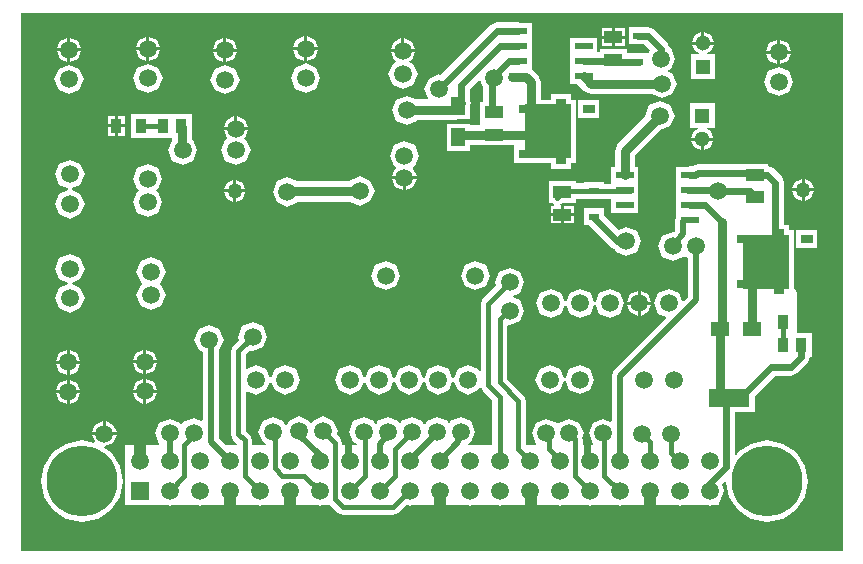
<source format=gtl>
G04*
G04 #@! TF.GenerationSoftware,Altium Limited,Altium Designer,20.0.11 (256)*
G04*
G04 Layer_Physical_Order=1*
G04 Layer_Color=255*
%FSLAX44Y44*%
%MOMM*%
G71*
G01*
G75*
%ADD10R,1.5000X1.0000*%
%ADD11R,3.5000X1.6000*%
%ADD12R,1.0000X0.7500*%
%ADD13R,3.9550X4.5600*%
%ADD14R,0.5750X0.7500*%
%ADD15R,0.5750X0.7700*%
%ADD16R,0.9050X0.4950*%
%ADD17R,0.9500X1.2500*%
%ADD18R,0.9500X1.2500*%
%ADD19R,1.2000X1.5000*%
%ADD20R,1.5000X1.2000*%
%ADD21R,0.8300X0.6300*%
%ADD22R,1.5200X0.6000*%
%ADD23R,2.0300X2.7200*%
%ADD24C,0.8000*%
%ADD25C,0.6000*%
%ADD26C,0.4000*%
%ADD27C,0.5000*%
%ADD28C,1.0000*%
%ADD29C,1.3000*%
%ADD30R,1.3000X1.3000*%
%ADD31C,1.5000*%
%ADD32R,1.5000X1.5000*%
%ADD33C,1.2700*%
%ADD34C,6.0000*%
G36*
X861250Y-110500D02*
X165000D01*
X165000Y344385D01*
X861250Y344385D01*
X861250Y-110500D01*
D02*
G37*
%LPC*%
G36*
X677040Y331540D02*
X668270D01*
Y325270D01*
X677040D01*
Y331540D01*
D02*
G37*
G36*
X665730D02*
X656960D01*
Y325270D01*
X665730D01*
Y331540D01*
D02*
G37*
G36*
X744020Y328259D02*
Y320270D01*
X752009D01*
X749669Y325919D01*
X744020Y328259D01*
D02*
G37*
G36*
X741480Y328259D02*
X735831Y325919D01*
X733491Y320270D01*
X741480D01*
Y328259D01*
D02*
G37*
G36*
X677040Y322730D02*
X668270D01*
Y316460D01*
X677040D01*
Y322730D01*
D02*
G37*
G36*
X665730D02*
X656960D01*
Y316460D01*
X665730D01*
Y322730D01*
D02*
G37*
G36*
X407520Y324841D02*
Y315770D01*
X416591D01*
X413934Y322184D01*
X407520Y324841D01*
D02*
G37*
G36*
X404980Y324841D02*
X398566Y322184D01*
X395909Y315770D01*
X404980D01*
Y324841D01*
D02*
G37*
G36*
X274020Y324591D02*
Y315520D01*
X283091D01*
X280434Y321934D01*
X274020Y324591D01*
D02*
G37*
G36*
X271480Y324591D02*
X265066Y321934D01*
X262409Y315520D01*
X271480D01*
Y324591D01*
D02*
G37*
G36*
X207270Y323841D02*
Y314770D01*
X216341D01*
X213684Y321184D01*
X207270Y323841D01*
D02*
G37*
G36*
X204730Y323841D02*
X198316Y321184D01*
X195659Y314770D01*
X204730D01*
Y323841D01*
D02*
G37*
G36*
X339270Y323591D02*
Y314520D01*
X348341D01*
X345684Y320934D01*
X339270Y323591D01*
D02*
G37*
G36*
X336730Y323591D02*
X330316Y320934D01*
X327659Y314520D01*
X336730D01*
Y323591D01*
D02*
G37*
G36*
X490020Y323091D02*
Y314020D01*
X499091D01*
X496434Y320434D01*
X490020Y323091D01*
D02*
G37*
G36*
X487480Y323091D02*
X481066Y320434D01*
X478409Y314020D01*
X487480D01*
Y323091D01*
D02*
G37*
G36*
X808020Y321841D02*
Y312770D01*
X817091D01*
X814434Y319184D01*
X808020Y321841D01*
D02*
G37*
G36*
X805480Y321841D02*
X799066Y319184D01*
X796409Y312770D01*
X805480D01*
Y321841D01*
D02*
G37*
G36*
X695950Y333127D02*
X688000D01*
X686970Y332700D01*
X679850D01*
Y318400D01*
X686970D01*
X688000Y317973D01*
X692812D01*
X697550Y313235D01*
X696819Y311472D01*
X696150Y310400D01*
Y310400D01*
X696150Y310400D01*
X689530D01*
X688500Y310827D01*
X678500D01*
Y314000D01*
X655500D01*
Y311577D01*
X653350D01*
Y323700D01*
X630150D01*
Y309700D01*
Y297000D01*
Y284300D01*
X636504D01*
X642177Y278627D01*
X648300Y276091D01*
X699139D01*
X699198Y275948D01*
X708000Y272302D01*
X716802Y275948D01*
X720447Y284750D01*
X716802Y293552D01*
X713433Y294947D01*
Y296217D01*
X715802Y297198D01*
X719447Y306000D01*
X715802Y314802D01*
X714172Y315477D01*
X712358Y319858D01*
X701308Y330908D01*
X695950Y333127D01*
D02*
G37*
G36*
X404980Y313230D02*
X395909D01*
X398566Y306816D01*
X404980Y304159D01*
Y313230D01*
D02*
G37*
G36*
X416591D02*
X407520D01*
Y304159D01*
X413934Y306816D01*
X416591Y313230D01*
D02*
G37*
G36*
X271480Y312980D02*
X262409D01*
X265066Y306566D01*
X271480Y303909D01*
Y312980D01*
D02*
G37*
G36*
X283091D02*
X274020D01*
Y303909D01*
X280434Y306566D01*
X283091Y312980D01*
D02*
G37*
G36*
X216341Y312230D02*
X207270D01*
Y303159D01*
X213684Y305816D01*
X216341Y312230D01*
D02*
G37*
G36*
X204730D02*
X195659D01*
X198316Y305816D01*
X204730Y303159D01*
Y312230D01*
D02*
G37*
G36*
X336730Y311980D02*
X327659D01*
X330316Y305566D01*
X336730Y302909D01*
Y311980D01*
D02*
G37*
G36*
X348341D02*
X339270D01*
Y302909D01*
X345684Y305566D01*
X348341Y311980D01*
D02*
G37*
G36*
X817091Y310230D02*
X808020D01*
Y301159D01*
X814434Y303816D01*
X817091Y310230D01*
D02*
G37*
G36*
X805480D02*
X796409D01*
X799066Y303816D01*
X805480Y301159D01*
Y310230D01*
D02*
G37*
G36*
X580093Y337077D02*
X568500D01*
X563142Y334857D01*
X520475Y292190D01*
X519250Y292698D01*
X510448Y289052D01*
X506802Y280250D01*
X509939Y272679D01*
X509090Y271409D01*
X499939D01*
X492000Y274697D01*
X483198Y271052D01*
X479552Y262250D01*
X483198Y253448D01*
X492000Y249802D01*
X500802Y253448D01*
X501068Y254091D01*
X533750D01*
X535341Y254750D01*
X545750D01*
Y266659D01*
X546409Y268250D01*
X545750Y269841D01*
Y277750D01*
X545327D01*
Y280217D01*
X552398Y287288D01*
X552398Y287288D01*
X553129Y288019D01*
X554374Y287771D01*
X556923Y281617D01*
Y269500D01*
X554250D01*
Y251500D01*
X554250D01*
Y251054D01*
X553276Y249784D01*
X545750D01*
Y250750D01*
X525750D01*
Y227750D01*
X545750D01*
Y232466D01*
X563875D01*
X563957Y232500D01*
X577250D01*
Y232591D01*
X582625D01*
Y217600D01*
X613975D01*
Y212875D01*
X631025D01*
Y217600D01*
X635350D01*
Y271200D01*
X631025D01*
Y275825D01*
X613975D01*
Y271200D01*
X605659D01*
Y286250D01*
X603123Y292373D01*
X603123Y292373D01*
X598873Y296623D01*
X598150Y296922D01*
Y309700D01*
Y322400D01*
Y336400D01*
X587942D01*
X586550Y336977D01*
X580334D01*
X580093Y337077D01*
D02*
G37*
G36*
X752009Y317730D02*
X742750D01*
X733491D01*
X735831Y312081D01*
X739055Y310746D01*
X738808Y309500D01*
X732250D01*
Y288500D01*
X753250D01*
Y309500D01*
X746693D01*
X746445Y310746D01*
X749669Y312081D01*
X752009Y317730D01*
D02*
G37*
G36*
X499091Y311480D02*
X488750D01*
X478409D01*
X481066Y305066D01*
X483216Y304175D01*
Y302905D01*
X479948Y301552D01*
X476302Y292750D01*
X479948Y283948D01*
X488750Y280303D01*
X497552Y283948D01*
X501198Y292750D01*
X497552Y301552D01*
X494284Y302905D01*
Y304175D01*
X496434Y305066D01*
X499091Y311480D01*
D02*
G37*
G36*
X406250Y301947D02*
X397448Y298302D01*
X393802Y289500D01*
X397448Y280698D01*
X406250Y277052D01*
X415052Y280698D01*
X418698Y289500D01*
X415052Y298302D01*
X406250Y301947D01*
D02*
G37*
G36*
X272750Y301698D02*
X263948Y298052D01*
X260303Y289250D01*
X263948Y280448D01*
X272750Y276803D01*
X281552Y280448D01*
X285197Y289250D01*
X281552Y298052D01*
X272750Y301698D01*
D02*
G37*
G36*
X206000Y300947D02*
X197198Y297302D01*
X193552Y288500D01*
X197198Y279698D01*
X206000Y276052D01*
X214802Y279698D01*
X218447Y288500D01*
X214802Y297302D01*
X206000Y300947D01*
D02*
G37*
G36*
X338000Y300697D02*
X329198Y297052D01*
X325552Y288250D01*
X329198Y279448D01*
X338000Y275802D01*
X346802Y279448D01*
X350448Y288250D01*
X346802Y297052D01*
X338000Y300697D01*
D02*
G37*
G36*
X806750Y298948D02*
X797948Y295302D01*
X794303Y286500D01*
X797948Y277698D01*
X806750Y274053D01*
X815552Y277698D01*
X819197Y286500D01*
X815552Y295302D01*
X806750Y298948D01*
D02*
G37*
G36*
X655000Y271200D02*
X637000D01*
Y255700D01*
X655000D01*
Y271200D01*
D02*
G37*
G36*
X253290Y257790D02*
X247270D01*
Y250270D01*
X253290D01*
Y257790D01*
D02*
G37*
G36*
X244730D02*
X238710D01*
Y250270D01*
X244730D01*
Y257790D01*
D02*
G37*
G36*
X348520Y257091D02*
Y248020D01*
X357591D01*
X354934Y254434D01*
X348520Y257091D01*
D02*
G37*
G36*
X345980D02*
X339566Y254434D01*
X336909Y248020D01*
X345980D01*
Y257091D01*
D02*
G37*
G36*
X706250Y270198D02*
X697448Y266552D01*
X693802Y257750D01*
X693862Y257607D01*
X670423Y234169D01*
X667887Y228046D01*
Y214296D01*
X664800D01*
Y200244D01*
X658650D01*
Y201450D01*
X642350D01*
Y200494D01*
X635250D01*
Y202000D01*
X612250D01*
Y184000D01*
X614766D01*
X614908Y183658D01*
X616955Y182810D01*
X616702Y181540D01*
X613710D01*
Y175270D01*
X622480D01*
Y181540D01*
X622298D01*
X622045Y182810D01*
X624092Y183658D01*
X624434Y184000D01*
X635250D01*
Y187506D01*
X642350D01*
Y187150D01*
X658650D01*
Y187256D01*
X664800D01*
Y174896D01*
X688000D01*
Y187596D01*
Y200296D01*
Y214296D01*
X685205D01*
Y224459D01*
X706107Y245362D01*
X706250Y245303D01*
X715052Y248948D01*
X718698Y257750D01*
X715052Y266552D01*
X706250Y270198D01*
D02*
G37*
G36*
X253290Y247730D02*
X247270D01*
Y240210D01*
X253290D01*
Y247730D01*
D02*
G37*
G36*
X244730D02*
X238710D01*
Y240210D01*
X244730D01*
Y247730D01*
D02*
G37*
G36*
X752750Y268250D02*
X731750D01*
Y247250D01*
X738307D01*
X738555Y246004D01*
X735331Y244669D01*
X732991Y239020D01*
X742250D01*
X751509D01*
X749169Y244669D01*
X745945Y246004D01*
X746192Y247250D01*
X752750D01*
Y268250D01*
D02*
G37*
G36*
X751509Y236480D02*
X743520D01*
Y228491D01*
X749169Y230831D01*
X751509Y236480D01*
D02*
G37*
G36*
X740980D02*
X732991D01*
X735331Y230831D01*
X740980Y228491D01*
Y236480D01*
D02*
G37*
G36*
X357591Y245480D02*
X347250D01*
X336909D01*
X339566Y239066D01*
X339905Y238925D01*
Y237655D01*
X338448Y237052D01*
X334803Y228250D01*
X338448Y219448D01*
X347250Y215802D01*
X356052Y219448D01*
X359697Y228250D01*
X356052Y237052D01*
X354595Y237655D01*
Y238925D01*
X354934Y239066D01*
X357591Y245480D01*
D02*
G37*
G36*
X275750Y259250D02*
X275750Y259250D01*
X258250D01*
Y238750D01*
X275750D01*
Y238750D01*
X277000D01*
Y238750D01*
X293091D01*
Y236189D01*
X289802Y228250D01*
X293448Y219448D01*
X302250Y215802D01*
X311052Y219448D01*
X314697Y228250D01*
X311052Y237052D01*
X310409Y237318D01*
Y248500D01*
X310000Y249488D01*
Y259250D01*
X277000D01*
X277000Y259250D01*
Y259250D01*
X275750D01*
Y259250D01*
D02*
G37*
G36*
X490000Y236197D02*
X481198Y232552D01*
X477552Y223750D01*
X481198Y214948D01*
X482655Y214345D01*
Y213075D01*
X482316Y212934D01*
X479659Y206520D01*
X490000D01*
X500341D01*
X497684Y212934D01*
X497345Y213075D01*
Y214345D01*
X498802Y214948D01*
X502448Y223750D01*
X498802Y232552D01*
X490000Y236197D01*
D02*
G37*
G36*
X452250Y206448D02*
X443448Y202802D01*
X443234Y202284D01*
X399241D01*
X391000Y205697D01*
X382198Y202052D01*
X378553Y193250D01*
X382198Y184448D01*
X391000Y180802D01*
X399802Y184448D01*
X400016Y184966D01*
X444009D01*
X452250Y181553D01*
X461052Y185198D01*
X464697Y194000D01*
X461052Y202802D01*
X452250Y206448D01*
D02*
G37*
G36*
X828750Y203996D02*
Y196170D01*
X836576D01*
X834284Y201704D01*
X828750Y203996D01*
D02*
G37*
G36*
X826210D02*
X820676Y201704D01*
X818384Y196170D01*
X826210D01*
Y203996D01*
D02*
G37*
G36*
X347520Y203096D02*
Y195270D01*
X355346D01*
X353054Y200804D01*
X347520Y203096D01*
D02*
G37*
G36*
X344980D02*
X339446Y200804D01*
X337154Y195270D01*
X344980D01*
Y203096D01*
D02*
G37*
G36*
X500341Y203980D02*
X491270D01*
Y194909D01*
X497684Y197566D01*
X500341Y203980D01*
D02*
G37*
G36*
X488730D02*
X479659D01*
X482316Y197566D01*
X488730Y194909D01*
Y203980D01*
D02*
G37*
G36*
X836576Y193630D02*
X828750D01*
Y185804D01*
X834284Y188096D01*
X836576Y193630D01*
D02*
G37*
G36*
X826210D02*
X818384D01*
X820676Y188096D01*
X826210Y185804D01*
Y193630D01*
D02*
G37*
G36*
X355346Y192730D02*
X347520D01*
Y184904D01*
X353054Y187196D01*
X355346Y192730D01*
D02*
G37*
G36*
X344980D02*
X337154D01*
X339446Y187196D01*
X344980Y184904D01*
Y192730D01*
D02*
G37*
G36*
X633790Y181540D02*
X625020D01*
Y175270D01*
X633790D01*
Y181540D01*
D02*
G37*
G36*
X272500Y216698D02*
X263698Y213052D01*
X260053Y204250D01*
X263698Y195448D01*
X265058Y194885D01*
Y193615D01*
X263698Y193052D01*
X260053Y184250D01*
X263698Y175448D01*
X272500Y171803D01*
X281302Y175448D01*
X284947Y184250D01*
X281302Y193052D01*
X279942Y193615D01*
Y194885D01*
X281302Y195448D01*
X284947Y204250D01*
X281302Y213052D01*
X272500Y216698D01*
D02*
G37*
G36*
X206750Y220448D02*
X197948Y216802D01*
X194303Y208000D01*
X197948Y199198D01*
X205217Y196187D01*
Y194813D01*
X197948Y191802D01*
X194303Y183000D01*
X197948Y174198D01*
X206750Y170553D01*
X215552Y174198D01*
X219198Y183000D01*
X215552Y191802D01*
X208283Y194813D01*
Y196187D01*
X215552Y199198D01*
X219198Y208000D01*
X215552Y216802D01*
X206750Y220448D01*
D02*
G37*
G36*
X633790Y172730D02*
X625020D01*
Y166460D01*
X633790D01*
Y172730D01*
D02*
G37*
G36*
X622480D02*
X613710D01*
Y166460D01*
X622480D01*
Y172730D01*
D02*
G37*
G36*
X785000Y216827D02*
X738154D01*
X733437Y214873D01*
X731600D01*
X730208Y214296D01*
X720000D01*
Y200296D01*
Y187596D01*
Y174896D01*
Y170696D01*
X718964Y168196D01*
X718964Y168196D01*
Y160256D01*
X717890Y159182D01*
X717250Y159447D01*
X708448Y155802D01*
X704802Y147000D01*
X708448Y138198D01*
X717250Y134552D01*
X726052Y138198D01*
X726383Y138998D01*
X727653D01*
X727984Y138198D01*
X729750Y137467D01*
Y104200D01*
X726450Y100900D01*
X725204Y101147D01*
X722552Y107552D01*
X713750Y111198D01*
X704948Y107552D01*
X701302Y98750D01*
X704948Y89948D01*
X711352Y87296D01*
X711600Y86050D01*
X667568Y42018D01*
X665508Y37043D01*
X665508Y37043D01*
Y-545D01*
X664452Y-1250D01*
X658543Y1197D01*
X649741Y-2449D01*
X646096Y-11250D01*
X649741Y-20052D01*
X649503Y-21250D01*
X640831D01*
Y-16306D01*
X640232Y-14862D01*
X641728Y-11250D01*
X638082Y-2449D01*
X629281Y1197D01*
X620479Y-2449D01*
X620302Y-2877D01*
X619032D01*
X618854Y-2449D01*
X610052Y1197D01*
X601251Y-2449D01*
X597605Y-11250D01*
X601251Y-20052D01*
X601013Y-21250D01*
X592994D01*
Y16020D01*
X591092Y20612D01*
X577131Y34574D01*
Y79684D01*
X578186Y80389D01*
X579000Y80052D01*
X587802Y83698D01*
X591447Y92500D01*
X587802Y101302D01*
X581613Y103865D01*
Y105135D01*
X587802Y107698D01*
X591447Y116500D01*
X587802Y125302D01*
X579000Y128947D01*
X570198Y125302D01*
X566553Y116500D01*
X567508Y114193D01*
X556408Y103092D01*
X554506Y98500D01*
Y41558D01*
X553260Y41310D01*
X552628Y42836D01*
X543826Y46482D01*
X535024Y42836D01*
X532013Y35567D01*
X530639D01*
X527628Y42836D01*
X518826Y46482D01*
X510024Y42836D01*
X507013Y35567D01*
X505639D01*
X502628Y42836D01*
X493826Y46482D01*
X485024Y42836D01*
X482013Y35567D01*
X480639D01*
X477628Y42836D01*
X468826Y46482D01*
X460024Y42836D01*
X457013Y35567D01*
X455639D01*
X452628Y42836D01*
X443826Y46482D01*
X435024Y42836D01*
X431379Y34035D01*
X435024Y25233D01*
X443826Y21587D01*
X452628Y25233D01*
X455639Y32502D01*
X457013D01*
X460024Y25233D01*
X468826Y21587D01*
X477628Y25233D01*
X480639Y32502D01*
X482013D01*
X485024Y25233D01*
X493826Y21587D01*
X502628Y25233D01*
X505639Y32502D01*
X507013D01*
X510024Y25233D01*
X518826Y21587D01*
X527628Y25233D01*
X530639Y32502D01*
X532013D01*
X535024Y25233D01*
X543826Y21587D01*
X552628Y25233D01*
X553749Y27939D01*
X555123D01*
X556408Y24838D01*
X564142Y17104D01*
Y-21250D01*
X543710D01*
X543457Y-19980D01*
X546302Y-18802D01*
X549948Y-10000D01*
X546302Y-1198D01*
X537500Y2447D01*
X528698Y-1198D01*
X528260Y-2256D01*
X526990D01*
X526552Y-1198D01*
X517750Y2447D01*
X508948Y-1198D01*
X507635Y-4369D01*
X506365D01*
X505052Y-1198D01*
X496250Y2447D01*
X487448Y-1198D01*
X486760Y-2860D01*
X485490D01*
X484802Y-1198D01*
X476000Y2447D01*
X467198Y-1198D01*
X466411Y-3098D01*
X465141D01*
X464354Y-1198D01*
X455552Y2447D01*
X446751Y-1198D01*
X443105Y-10000D01*
X446751Y-18802D01*
X449595Y-19980D01*
X449343Y-21250D01*
X437568D01*
Y-19250D01*
X435666Y-14658D01*
X432565Y-11557D01*
X433521Y-9250D01*
X429875Y-448D01*
X421074Y3198D01*
X412272Y-448D01*
X411547Y-2199D01*
X410277D01*
X409552Y-448D01*
X400750Y3198D01*
X391948Y-448D01*
X390230Y-4597D01*
X388960D01*
X387552Y-1198D01*
X378750Y2447D01*
X369948Y-1198D01*
X366302Y-10000D01*
X369948Y-18802D01*
X372793Y-19980D01*
X372540Y-21250D01*
X361244D01*
Y-17293D01*
X359342Y-12701D01*
X355994Y-9353D01*
Y-6250D01*
Y23829D01*
X357050Y24535D01*
X364250Y21553D01*
X373052Y25198D01*
X376063Y32468D01*
X377437D01*
X380448Y25198D01*
X389250Y21553D01*
X398052Y25198D01*
X401698Y34000D01*
X398052Y42802D01*
X389250Y46448D01*
X380448Y42802D01*
X377437Y35533D01*
X376063D01*
X373052Y42802D01*
X364250Y46448D01*
X357050Y43465D01*
X355994Y44171D01*
Y55751D01*
X359287Y59044D01*
X361372Y58181D01*
X370174Y61826D01*
X373819Y70628D01*
X370174Y79430D01*
X361372Y83076D01*
X352570Y79430D01*
X348924Y70628D01*
X349972Y68098D01*
X344908Y63033D01*
X343006Y58441D01*
Y-6250D01*
Y-12043D01*
X344908Y-16635D01*
X348252Y-19980D01*
X348248Y-21250D01*
X338671D01*
X333285Y-15865D01*
Y59192D01*
X333302Y59198D01*
X336948Y68000D01*
X333302Y76802D01*
X324500Y80448D01*
X315698Y76802D01*
X312052Y68000D01*
X315698Y59198D01*
X319214Y57742D01*
Y-355D01*
X318158Y-1061D01*
X311500Y1698D01*
X302698Y-1948D01*
X301907Y-3860D01*
X300636D01*
X300052Y-2448D01*
X291250Y1198D01*
X282448Y-2448D01*
X278803Y-11250D01*
X282448Y-20052D01*
X282023Y-21250D01*
X253000D01*
Y-71750D01*
X289636D01*
X291236Y-72413D01*
X292836Y-71750D01*
X315036D01*
X316636Y-72413D01*
X318236Y-71750D01*
X365836D01*
X367436Y-72413D01*
X369036Y-71750D01*
X416636D01*
X418236Y-72413D01*
X419836Y-71750D01*
X426752D01*
X433559Y-78557D01*
X438151Y-80460D01*
X480074D01*
X484666Y-78557D01*
X491473Y-71750D01*
X492836D01*
X494436Y-72413D01*
X496036Y-71750D01*
X543636D01*
X545236Y-72413D01*
X546836Y-71750D01*
X569036D01*
X570636Y-72413D01*
X572236Y-71750D01*
X619836D01*
X621436Y-72413D01*
X623036Y-71750D01*
X645236D01*
X646836Y-72413D01*
X648436Y-71750D01*
X670636D01*
X672236Y-72413D01*
X673836Y-71750D01*
X721436D01*
X723036Y-72413D01*
X724636Y-71750D01*
X746836D01*
X748436Y-72413D01*
X750036Y-71750D01*
X756500D01*
Y-69073D01*
X757238Y-68767D01*
X760884Y-59965D01*
X758501Y-54214D01*
X761326Y-51389D01*
X762430Y-52081D01*
X765046Y-65231D01*
X772561Y-76478D01*
X783808Y-83993D01*
X797074Y-86631D01*
X810340Y-83993D01*
X821586Y-76478D01*
X829101Y-65231D01*
X831740Y-51965D01*
X829101Y-38699D01*
X821586Y-27453D01*
X810340Y-19938D01*
X797074Y-17299D01*
X783808Y-19938D01*
X772561Y-27453D01*
X770792Y-30100D01*
X769577Y-29731D01*
Y6750D01*
X786500D01*
Y20035D01*
X803888Y37423D01*
X817250D01*
X822607Y39643D01*
X831357Y48393D01*
X833266Y53000D01*
X834750D01*
Y73500D01*
X823294D01*
X823062Y74061D01*
X822329Y74793D01*
Y107500D01*
X821061Y110562D01*
X819850Y111063D01*
Y160850D01*
X815525D01*
Y165475D01*
X811577D01*
Y201000D01*
X809358Y206358D01*
X802607Y213107D01*
X798250Y214912D01*
Y216500D01*
X785789D01*
X785000Y216827D01*
D02*
G37*
G36*
X839500Y160850D02*
X821500D01*
Y145350D01*
X839500D01*
Y160850D01*
D02*
G37*
G36*
X650500Y179577D02*
X650025D01*
X648995Y179150D01*
X642350D01*
Y164850D01*
X645985D01*
X664942Y145892D01*
X668358Y144478D01*
X669198Y142448D01*
X678000Y138802D01*
X686802Y142448D01*
X690447Y151250D01*
X686802Y160052D01*
X678000Y163697D01*
X671330Y160935D01*
X658650Y173615D01*
Y179150D01*
X651530D01*
X650500Y179577D01*
D02*
G37*
G36*
X550000Y134698D02*
X541198Y131052D01*
X537552Y122250D01*
X541198Y113448D01*
X550000Y109803D01*
X558802Y113448D01*
X562448Y122250D01*
X558802Y131052D01*
X550000Y134698D01*
D02*
G37*
G36*
X474000D02*
X465198Y131052D01*
X461553Y122250D01*
X465198Y113448D01*
X474000Y109803D01*
X482802Y113448D01*
X486447Y122250D01*
X482802Y131052D01*
X474000Y134698D01*
D02*
G37*
G36*
X663750Y111198D02*
X654948Y107552D01*
X651937Y100282D01*
X650563D01*
X647552Y107552D01*
X638750Y111198D01*
X629948Y107552D01*
X626937Y100282D01*
X625563D01*
X622552Y107552D01*
X613750Y111198D01*
X604948Y107552D01*
X601302Y98750D01*
X604948Y89948D01*
X613750Y86302D01*
X622552Y89948D01*
X625563Y97218D01*
X626937D01*
X629948Y89948D01*
X638750Y86302D01*
X647552Y89948D01*
X650563Y97218D01*
X651937D01*
X654948Y89948D01*
X663750Y86302D01*
X672552Y89948D01*
X676198Y98750D01*
X672552Y107552D01*
X663750Y111198D01*
D02*
G37*
G36*
X690020Y109091D02*
Y100020D01*
X699091D01*
X696434Y106434D01*
X690020Y109091D01*
D02*
G37*
G36*
X687480Y109091D02*
X681066Y106434D01*
X678409Y100020D01*
X687480D01*
Y109091D01*
D02*
G37*
G36*
X275500Y137948D02*
X266698Y134302D01*
X263053Y125500D01*
X266698Y116698D01*
X268058Y116135D01*
Y114865D01*
X266698Y114302D01*
X263053Y105500D01*
X266698Y96698D01*
X275500Y93053D01*
X284302Y96698D01*
X287948Y105500D01*
X284302Y114302D01*
X282942Y114865D01*
Y116135D01*
X284302Y116698D01*
X287948Y125500D01*
X284302Y134302D01*
X275500Y137948D01*
D02*
G37*
G36*
X206750Y140697D02*
X197948Y137052D01*
X194303Y128250D01*
X197948Y119448D01*
X205217Y116437D01*
Y115063D01*
X197948Y112052D01*
X194303Y103250D01*
X197948Y94448D01*
X206750Y90802D01*
X215552Y94448D01*
X219198Y103250D01*
X215552Y112052D01*
X208283Y115063D01*
Y116437D01*
X215552Y119448D01*
X219198Y128250D01*
X215552Y137052D01*
X206750Y140697D01*
D02*
G37*
G36*
X687480Y97480D02*
X678409D01*
X681066Y91066D01*
X687480Y88409D01*
Y97480D01*
D02*
G37*
G36*
X699091D02*
X690020D01*
Y88409D01*
X696434Y91066D01*
X699091Y97480D01*
D02*
G37*
G36*
X271520Y59591D02*
Y50520D01*
X280591D01*
X277934Y56934D01*
X271520Y59591D01*
D02*
G37*
G36*
X268980D02*
X262566Y56934D01*
X259909Y50520D01*
X268980D01*
Y59591D01*
D02*
G37*
G36*
X206520Y59091D02*
Y50020D01*
X215591D01*
X212934Y56434D01*
X206520Y59091D01*
D02*
G37*
G36*
X203980Y59091D02*
X197566Y56434D01*
X194909Y50020D01*
X203980D01*
Y59091D01*
D02*
G37*
G36*
X280591Y47980D02*
X271520D01*
Y38909D01*
X277934Y41566D01*
X280591Y47980D01*
D02*
G37*
G36*
X268980D02*
X259909D01*
X262566Y41566D01*
X268980Y38909D01*
Y47980D01*
D02*
G37*
G36*
X203980Y47480D02*
X194909D01*
X197566Y41066D01*
X203980Y38409D01*
Y47480D01*
D02*
G37*
G36*
X215591D02*
X206520D01*
Y38409D01*
X212934Y41066D01*
X215591Y47480D01*
D02*
G37*
G36*
X638250Y46698D02*
X629448Y43052D01*
X626437Y35782D01*
X625063D01*
X622052Y43052D01*
X613250Y46698D01*
X604448Y43052D01*
X600802Y34250D01*
X604448Y25448D01*
X613250Y21802D01*
X622052Y25448D01*
X625063Y32717D01*
X626437D01*
X629448Y25448D01*
X638250Y21802D01*
X647052Y25448D01*
X650697Y34250D01*
X647052Y43052D01*
X638250Y46698D01*
D02*
G37*
G36*
X271520Y34591D02*
Y25520D01*
X280591D01*
X277934Y31934D01*
X271520Y34591D01*
D02*
G37*
G36*
X268980D02*
X262566Y31934D01*
X259909Y25520D01*
X268980D01*
Y34591D01*
D02*
G37*
G36*
X206520Y34091D02*
Y25020D01*
X215591D01*
X212934Y31434D01*
X206520Y34091D01*
D02*
G37*
G36*
X203980Y34091D02*
X197566Y31434D01*
X194909Y25020D01*
X203980D01*
Y34091D01*
D02*
G37*
G36*
X280591Y22980D02*
X271520D01*
Y13909D01*
X277934Y16566D01*
X280591Y22980D01*
D02*
G37*
G36*
X268980D02*
X259909D01*
X262566Y16566D01*
X268980Y13909D01*
Y22980D01*
D02*
G37*
G36*
X203980Y22480D02*
X194909D01*
X197566Y16066D01*
X203980Y13409D01*
Y22480D01*
D02*
G37*
G36*
X215591D02*
X206520D01*
Y13409D01*
X212934Y16066D01*
X215591Y22480D01*
D02*
G37*
G36*
X237270Y-1159D02*
Y-10230D01*
X246341D01*
X243684Y-3816D01*
X237270Y-1159D01*
D02*
G37*
G36*
X234730D02*
X228316Y-3816D01*
X225659Y-10230D01*
X234730D01*
Y-1159D01*
D02*
G37*
G36*
X246341Y-12770D02*
X225659D01*
X227890Y-18156D01*
X226976Y-19269D01*
X217074Y-17299D01*
X203808Y-19938D01*
X192561Y-27453D01*
X185046Y-38699D01*
X182407Y-51965D01*
X185046Y-65231D01*
X192561Y-76478D01*
X203808Y-83993D01*
X217074Y-86631D01*
X230340Y-83993D01*
X241586Y-76478D01*
X249101Y-65231D01*
X251740Y-51965D01*
X249101Y-38699D01*
X241586Y-27453D01*
X235731Y-23540D01*
X236161Y-22300D01*
X243684Y-19184D01*
X246341Y-12770D01*
D02*
G37*
%LPD*%
D10*
X565750Y241500D02*
D03*
Y260500D02*
D03*
X667000Y324000D02*
D03*
Y305000D02*
D03*
X786750Y188500D02*
D03*
Y207500D02*
D03*
X623750Y193000D02*
D03*
Y174000D02*
D03*
D11*
X819000Y18750D02*
D03*
X765000D02*
D03*
D12*
X646000Y250750D02*
D03*
Y238050D02*
D03*
Y263450D02*
D03*
Y225350D02*
D03*
X830500Y140400D02*
D03*
Y127700D02*
D03*
Y153100D02*
D03*
Y115000D02*
D03*
D13*
X611575Y244400D02*
D03*
X796075Y134050D02*
D03*
D14*
X589500Y225350D02*
D03*
X774000Y115000D02*
D03*
D15*
X589500Y263350D02*
D03*
X774000Y153000D02*
D03*
D16*
X622500Y219350D02*
D03*
Y269350D02*
D03*
X807000Y109000D02*
D03*
Y159000D02*
D03*
D17*
X826000Y63250D02*
D03*
X810500D02*
D03*
X301250Y249000D02*
D03*
X285750D02*
D03*
D18*
X810266Y82835D02*
D03*
X831266D02*
D03*
X267000Y249000D02*
D03*
X246000D02*
D03*
D19*
X535750Y266250D02*
D03*
Y239250D02*
D03*
D20*
X757000Y77250D02*
D03*
X784000D02*
D03*
D21*
X688000Y325550D02*
D03*
Y303250D02*
D03*
X650500Y172000D02*
D03*
Y194300D02*
D03*
D22*
X641750Y304000D02*
D03*
Y316700D02*
D03*
X586550Y329400D02*
D03*
Y316700D02*
D03*
Y304000D02*
D03*
Y291300D02*
D03*
X641750Y329400D02*
D03*
Y291300D02*
D03*
X676400Y194596D02*
D03*
Y181896D02*
D03*
X731600Y169196D02*
D03*
Y181896D02*
D03*
Y194596D02*
D03*
Y207296D02*
D03*
X676400Y169196D02*
D03*
Y207296D02*
D03*
D23*
X614150Y310346D02*
D03*
X704000Y188250D02*
D03*
D24*
X757000Y77250D02*
X759000Y79250D01*
Y167750D01*
X492000Y262250D02*
X492500Y262750D01*
X533750D01*
X762235Y18750D02*
X765000D01*
X761000D02*
X762235D01*
X757000Y22750D02*
X761000Y18750D01*
X757000Y22750D02*
Y77250D01*
X780750Y118725D02*
X784000Y115475D01*
X535750Y266250D02*
X537750Y268250D01*
X301250Y249000D02*
X301750Y248500D01*
Y228750D02*
Y248500D01*
Y228750D02*
X302250Y228250D01*
X391000Y193250D02*
X391375Y193625D01*
X451875D01*
X452250Y194000D01*
X581500Y290500D02*
X592750D01*
X608425Y241250D02*
X611575Y244400D01*
X567500Y241250D02*
X608425D01*
X565750Y243000D02*
X567500Y241250D01*
X592750Y290500D02*
X597000Y286250D01*
Y262000D02*
Y286250D01*
Y262000D02*
X611575Y247425D01*
X676546Y207296D02*
Y228046D01*
X706250Y257750D01*
X563875Y241125D02*
X565750Y243000D01*
X537625Y241125D02*
X563875D01*
X535750Y239250D02*
X537625Y241125D01*
X676400Y207296D02*
X676546D01*
X533750Y262750D02*
X535750Y264750D01*
Y266250D01*
X648300Y284750D02*
X708000D01*
X641750Y291300D02*
X648300Y284750D01*
X611575Y244400D02*
Y247425D01*
X784000Y77250D02*
Y115475D01*
D25*
X744854Y181896D02*
X759000Y167750D01*
X762000Y12454D02*
Y18250D01*
Y-40000D02*
Y12454D01*
X785000Y209250D02*
X786750Y207500D01*
X731600Y207296D02*
X736200D01*
X738154Y209250D01*
X785000D01*
X730250Y194750D02*
X754250D01*
X755250Y193750D01*
X519250Y280250D02*
X568500Y329500D01*
X547040Y292646D02*
X570894Y316500D01*
X580193Y316700D02*
X586550D01*
X570894Y316500D02*
X579993D01*
X580193Y316700D01*
X564500Y260250D02*
Y288185D01*
X566020Y289706D01*
X442250Y-33179D02*
Y-16974D01*
Y-33179D02*
X443636Y-34565D01*
X644750Y-32479D02*
X646836Y-34565D01*
X644750Y-32479D02*
Y-18250D01*
X731600Y181896D02*
X744854D01*
X804000Y159000D02*
Y201000D01*
X748436Y-53564D02*
X762000Y-40000D01*
X748436Y-59965D02*
Y-53564D01*
X762711Y12454D02*
Y18110D01*
X762235Y18250D02*
X767094D01*
X646315Y-34565D02*
X646836D01*
X762235Y18250D02*
Y18750D01*
X826000Y53750D02*
Y63250D01*
X817250Y45000D02*
X826000Y53750D01*
X800750Y45000D02*
X817250D01*
X774500Y18750D02*
X800750Y45000D01*
X765000Y18750D02*
X774500D01*
X804000Y141975D02*
Y159000D01*
X796075Y134050D02*
X804000Y141975D01*
X797250Y207750D02*
X804000Y201000D01*
X788500Y207750D02*
X797250D01*
X786750Y206000D02*
X788500Y207750D01*
X783000Y193750D02*
X786750Y190000D01*
X785454Y207296D02*
X786750Y206000D01*
X568500Y329500D02*
X580093D01*
X537750Y283356D02*
X547040Y292646D01*
X537750Y268250D02*
Y283356D01*
X547040Y292646D02*
Y292646D01*
X580093Y329500D02*
X580193Y329400D01*
X586550D01*
X565000Y290750D02*
X578250Y304000D01*
X586550D01*
X707000Y306000D02*
Y314500D01*
X695950Y325550D02*
X707000Y314500D01*
X688000Y325550D02*
X695950D01*
X641750Y304000D02*
X667500D01*
X688000Y303250D02*
X688500D01*
X673250D02*
X688000D01*
X670300Y151250D02*
X678000D01*
X650250Y171300D02*
X670300Y151250D01*
X755250Y193750D02*
X783000D01*
X780750Y118725D02*
X796075Y134050D01*
X650025Y172000D02*
X650500D01*
D26*
X361372Y70313D02*
Y70628D01*
X349500Y58441D02*
X361372Y70313D01*
X421074Y-9250D02*
X431074Y-19250D01*
Y-66888D02*
Y-19250D01*
X303750Y-20750D02*
X311500Y-13000D01*
Y-10750D01*
X354750Y-47279D02*
Y-17293D01*
X349500Y-12043D02*
X354750Y-17293D01*
X349500Y-12043D02*
Y-6250D01*
Y58441D01*
X469036Y-59965D02*
X481936Y-47065D01*
Y-24314D01*
X496250Y-10000D01*
X455552D02*
X456500Y-10948D01*
X443636Y-59965D02*
X456500Y-47101D01*
Y-10948D01*
X421074Y-13342D02*
Y-11965D01*
X431074Y-66888D02*
X438151Y-73965D01*
X570636Y-34565D02*
Y19794D01*
X561000Y29431D02*
X570636Y19794D01*
X378750Y-10000D02*
X380250Y-11500D01*
Y-40750D02*
Y-11500D01*
Y-40750D02*
X386565Y-47065D01*
X405336D02*
X418236Y-59965D01*
X386565Y-47065D02*
X405336D01*
X659336D02*
Y-14086D01*
X658543Y-13293D02*
X659336Y-14086D01*
X612157Y-24752D02*
X621436Y-34031D01*
X612157Y-24752D02*
Y-14070D01*
X629281Y-11250D02*
X634336Y-16306D01*
Y-47465D02*
Y-16306D01*
X610052Y-11965D02*
X612157Y-14070D01*
X621436Y-34565D02*
Y-34031D01*
X659336Y-47065D02*
X672236Y-59965D01*
X634336Y-47465D02*
X646836Y-59965D01*
X586500Y-24222D02*
X596036Y-33758D01*
X570636Y31884D02*
X586500Y16020D01*
Y-24222D02*
Y16020D01*
X596036Y-34565D02*
Y-33758D01*
X570636Y85886D02*
X577250Y92500D01*
X570636Y31884D02*
Y85886D01*
X561000Y98500D02*
X579000Y116500D01*
X561000Y29431D02*
Y98500D01*
X691074Y-11965D02*
X697636Y-18528D01*
X716074Y-27603D02*
Y-11965D01*
X596036Y-59965D02*
X597000Y-60929D01*
X697500Y-60101D02*
X697636Y-59965D01*
X519750Y-60051D02*
X519836Y-59965D01*
X354750Y-47279D02*
X367436Y-59965D01*
X303750Y-47451D02*
Y-20750D01*
X291236Y-59965D02*
X303750Y-47451D01*
X291236Y-34565D02*
X291250Y-34551D01*
X438151Y-73965D02*
X480074D01*
X494074Y-59965D02*
X494436D01*
X480074Y-73965D02*
X494074Y-59965D01*
X291236Y-34565D02*
X291655Y-34146D01*
X716074Y-27603D02*
X723036Y-34565D01*
X697636D02*
Y-18528D01*
X810383Y63367D02*
X810500Y63250D01*
X810383Y63367D02*
Y82718D01*
X810266Y82835D02*
X810383Y82718D01*
X267000Y249000D02*
X285750D01*
X650750Y193750D02*
X681300D01*
X625250Y194000D02*
X650500D01*
X619500Y188250D02*
X625250Y194000D01*
X650500D02*
X650750Y193750D01*
D27*
X736786Y147000D02*
Y148007D01*
Y101286D02*
Y147000D01*
X326250Y-18779D02*
X342036Y-34565D01*
X326250Y-18779D02*
Y66250D01*
X324500Y68000D02*
X326250Y66250D01*
X519836Y-34565D02*
X535395Y-19006D01*
Y-12105D01*
X537500Y-10000D01*
X494436Y-34565D02*
Y-33940D01*
X517750Y-10626D01*
Y-10000D01*
X469036Y-34565D02*
Y-19941D01*
X476000Y-12977D01*
Y-10000D01*
X672543Y-34258D02*
Y37043D01*
X672236Y-34565D02*
X672543Y-34258D01*
Y37043D02*
X736786Y101286D01*
X727000Y169196D02*
X731600D01*
X726000Y168196D02*
X727000Y169196D01*
X726000Y157342D02*
Y168196D01*
X717250Y148592D02*
X726000Y157342D01*
X717250Y147000D02*
Y148592D01*
X291250Y-34551D02*
Y-11250D01*
X418236Y-34565D02*
Y-29736D01*
X400750Y-12250D02*
X418236Y-29736D01*
X400750Y-12250D02*
Y-9250D01*
D28*
X597000Y-82000D02*
Y-60929D01*
X697500Y-83500D02*
Y-60101D01*
X519750Y-81250D02*
Y-60051D01*
X342036Y-59965D02*
X342500Y-60429D01*
Y-82798D02*
Y-60429D01*
X265836Y-34565D02*
X266000Y-34401D01*
Y-13644D01*
X392836Y-59965D02*
X393250Y-60379D01*
Y-81789D02*
Y-60379D01*
D29*
X742750Y319000D02*
D03*
X742250Y237750D02*
D03*
D30*
X742750Y299000D02*
D03*
X742250Y257750D02*
D03*
D31*
X748436Y-34565D02*
D03*
Y-59965D02*
D03*
X646836Y-34565D02*
D03*
Y-59965D02*
D03*
X545236Y-34565D02*
D03*
Y-59965D02*
D03*
X443636Y-34565D02*
D03*
Y-59965D02*
D03*
X342036Y-34565D02*
D03*
Y-59965D02*
D03*
X672236Y-34565D02*
D03*
X697636D02*
D03*
X672236Y-59965D02*
D03*
X697636D02*
D03*
X596036Y-34565D02*
D03*
X621436D02*
D03*
X596036Y-59965D02*
D03*
X621436D02*
D03*
X494436Y-34565D02*
D03*
X519836D02*
D03*
X494436Y-59965D02*
D03*
X519836D02*
D03*
X418236Y-34565D02*
D03*
X469036D02*
D03*
X418236Y-59965D02*
D03*
X469036D02*
D03*
X367436Y-34565D02*
D03*
X392836D02*
D03*
X367436Y-59965D02*
D03*
X392836D02*
D03*
X265836Y-34565D02*
D03*
X291236D02*
D03*
Y-59965D02*
D03*
X570636Y-34565D02*
D03*
X723036D02*
D03*
X570636Y-59965D02*
D03*
X723036D02*
D03*
X316636Y-34565D02*
D03*
Y-59965D02*
D03*
X713750Y98750D02*
D03*
X688750D02*
D03*
X663750D02*
D03*
X638750D02*
D03*
X613750D02*
D03*
X543826Y34035D02*
D03*
X518826D02*
D03*
X493826D02*
D03*
X468826D02*
D03*
X443826D02*
D03*
X806750Y286500D02*
D03*
Y311500D02*
D03*
X406250Y289500D02*
D03*
Y314500D02*
D03*
X272750Y289250D02*
D03*
Y314250D02*
D03*
X206000Y288500D02*
D03*
Y313500D02*
D03*
X364250Y34000D02*
D03*
X389250D02*
D03*
X693074Y34035D02*
D03*
X718074D02*
D03*
X613250Y34250D02*
D03*
X638250D02*
D03*
X205250Y23750D02*
D03*
Y48750D02*
D03*
X270250Y24250D02*
D03*
Y49250D02*
D03*
X206750Y183000D02*
D03*
Y208000D02*
D03*
Y103250D02*
D03*
Y128250D02*
D03*
X338000Y288250D02*
D03*
Y313250D02*
D03*
X490000Y205250D02*
D03*
Y223750D02*
D03*
X347250Y246750D02*
D03*
Y228250D02*
D03*
X272500Y204250D02*
D03*
Y184250D02*
D03*
X275500Y125500D02*
D03*
Y105500D02*
D03*
X488750Y292750D02*
D03*
Y312750D02*
D03*
X474000Y122250D02*
D03*
X550000D02*
D03*
X755250Y193750D02*
D03*
X519250Y280250D02*
D03*
X566020Y289706D02*
D03*
X361372Y70628D02*
D03*
X311500Y-10750D02*
D03*
X455552Y-10000D02*
D03*
X476000D02*
D03*
X496250D02*
D03*
X517750D02*
D03*
X537500D02*
D03*
X658543Y-11250D02*
D03*
X610052D02*
D03*
X629281D02*
D03*
X717250Y147000D02*
D03*
X736786D02*
D03*
X579000Y92500D02*
D03*
Y116500D02*
D03*
X691074Y-11965D02*
D03*
X716074D02*
D03*
X291250Y-11250D02*
D03*
X302250Y228250D02*
D03*
X391000Y193250D02*
D03*
X452250Y194000D02*
D03*
X324500Y68000D02*
D03*
X706250Y257750D02*
D03*
X378750Y-10000D02*
D03*
X400750Y-9250D02*
D03*
X707000Y306000D02*
D03*
X492000Y262250D02*
D03*
X708000Y284750D02*
D03*
X678000Y151250D02*
D03*
X421074Y-9250D02*
D03*
X236000Y-11500D02*
D03*
D32*
X265836Y-59965D02*
D03*
D33*
X827480Y194900D02*
D03*
X346250Y194000D02*
D03*
D34*
X797074Y-51965D02*
D03*
X217074D02*
D03*
M02*

</source>
